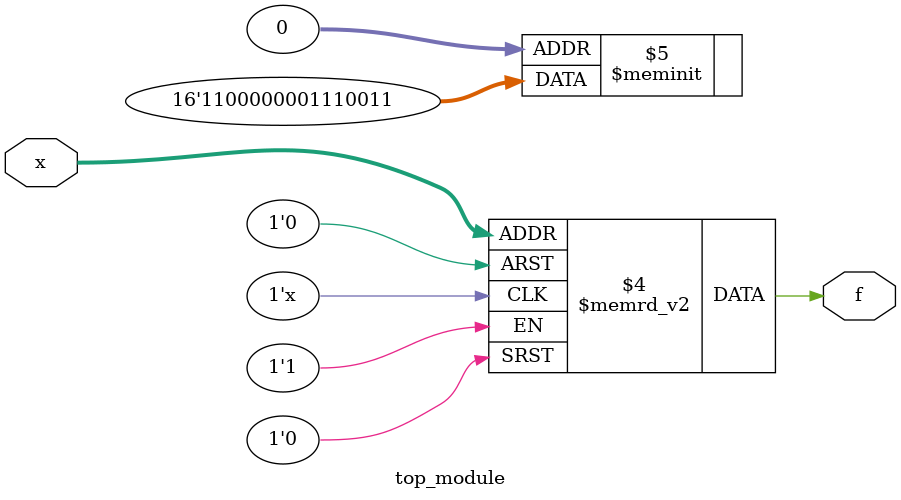
<source format=sv>
module top_module (
	input [4:1] x,
	output logic f
);

always_comb begin
	case (x)
		4'b0000: f = 1;
		4'b0001: f = 1;
		4'b0010: f = 0;
		4'b0011: f = 0;
		4'b0100: f = 1;
		4'b0101: f = 1;
		4'b0110: f = 1;
		4'b0111: f = 0;
		4'b1000: f = 0;
		4'b1001: f = 0;
		4'b1010: f = 0;
		4'b1011: f = 0;
		4'b1100: f = 0;
		4'b1101: f = 0;
		4'b1110: f = 1;
		4'b1111: f = 1;
		default: f = 0;
	endcase
end

endmodule

</source>
